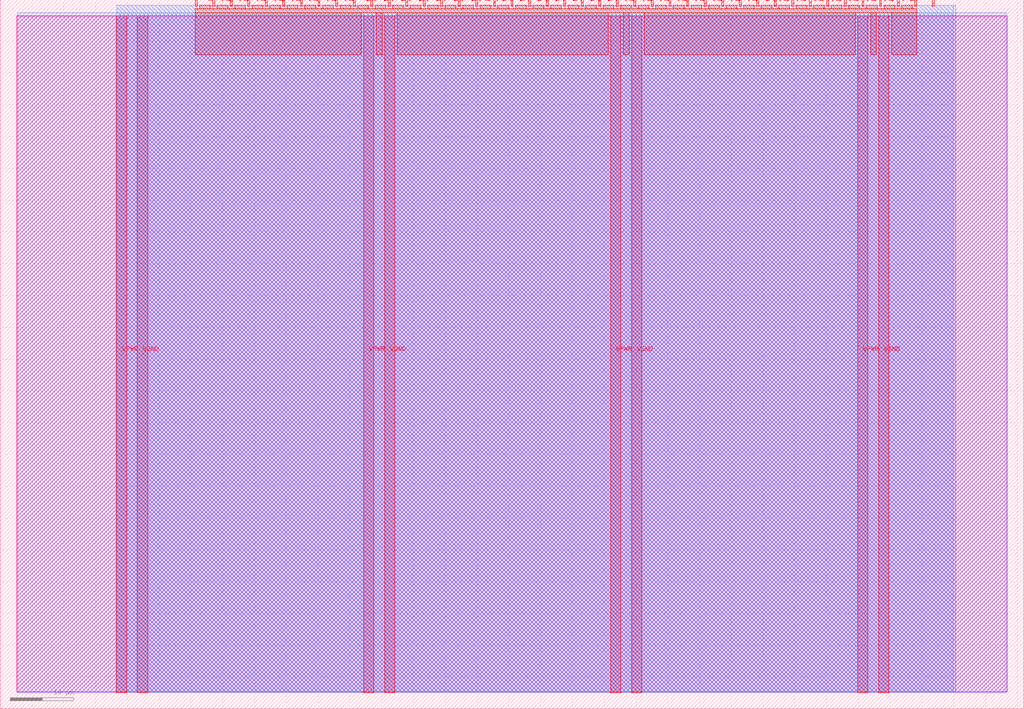
<source format=lef>
VERSION 5.7 ;
  NOWIREEXTENSIONATPIN ON ;
  DIVIDERCHAR "/" ;
  BUSBITCHARS "[]" ;
MACRO tt_um_wokwi_442977704392041473
  CLASS BLOCK ;
  FOREIGN tt_um_wokwi_442977704392041473 ;
  ORIGIN 0.000 0.000 ;
  SIZE 161.000 BY 111.520 ;
  PIN VGND
    DIRECTION INOUT ;
    USE GROUND ;
    PORT
      LAYER met4 ;
        RECT 21.580 2.480 23.180 109.040 ;
    END
    PORT
      LAYER met4 ;
        RECT 60.450 2.480 62.050 109.040 ;
    END
    PORT
      LAYER met4 ;
        RECT 99.320 2.480 100.920 109.040 ;
    END
    PORT
      LAYER met4 ;
        RECT 138.190 2.480 139.790 109.040 ;
    END
  END VGND
  PIN VPWR
    DIRECTION INOUT ;
    USE POWER ;
    PORT
      LAYER met4 ;
        RECT 18.280 2.480 19.880 109.040 ;
    END
    PORT
      LAYER met4 ;
        RECT 57.150 2.480 58.750 109.040 ;
    END
    PORT
      LAYER met4 ;
        RECT 96.020 2.480 97.620 109.040 ;
    END
    PORT
      LAYER met4 ;
        RECT 134.890 2.480 136.490 109.040 ;
    END
  END VPWR
  PIN clk
    DIRECTION INPUT ;
    USE SIGNAL ;
    ANTENNAGATEAREA 0.852000 ;
    PORT
      LAYER met4 ;
        RECT 143.830 110.520 144.130 111.520 ;
    END
  END clk
  PIN ena
    DIRECTION INPUT ;
    USE SIGNAL ;
    PORT
      LAYER met4 ;
        RECT 146.590 110.520 146.890 111.520 ;
    END
  END ena
  PIN rst_n
    DIRECTION INPUT ;
    USE SIGNAL ;
    PORT
      LAYER met4 ;
        RECT 141.070 110.520 141.370 111.520 ;
    END
  END rst_n
  PIN ui_in[0]
    DIRECTION INPUT ;
    USE SIGNAL ;
    ANTENNAGATEAREA 0.196500 ;
    PORT
      LAYER met4 ;
        RECT 138.310 110.520 138.610 111.520 ;
    END
  END ui_in[0]
  PIN ui_in[1]
    DIRECTION INPUT ;
    USE SIGNAL ;
    ANTENNAGATEAREA 0.196500 ;
    PORT
      LAYER met4 ;
        RECT 135.550 110.520 135.850 111.520 ;
    END
  END ui_in[1]
  PIN ui_in[2]
    DIRECTION INPUT ;
    USE SIGNAL ;
    ANTENNAGATEAREA 0.196500 ;
    PORT
      LAYER met4 ;
        RECT 132.790 110.520 133.090 111.520 ;
    END
  END ui_in[2]
  PIN ui_in[3]
    DIRECTION INPUT ;
    USE SIGNAL ;
    ANTENNAGATEAREA 0.196500 ;
    PORT
      LAYER met4 ;
        RECT 130.030 110.520 130.330 111.520 ;
    END
  END ui_in[3]
  PIN ui_in[4]
    DIRECTION INPUT ;
    USE SIGNAL ;
    ANTENNAGATEAREA 0.196500 ;
    PORT
      LAYER met4 ;
        RECT 127.270 110.520 127.570 111.520 ;
    END
  END ui_in[4]
  PIN ui_in[5]
    DIRECTION INPUT ;
    USE SIGNAL ;
    ANTENNAGATEAREA 0.196500 ;
    PORT
      LAYER met4 ;
        RECT 124.510 110.520 124.810 111.520 ;
    END
  END ui_in[5]
  PIN ui_in[6]
    DIRECTION INPUT ;
    USE SIGNAL ;
    ANTENNAGATEAREA 0.196500 ;
    PORT
      LAYER met4 ;
        RECT 121.750 110.520 122.050 111.520 ;
    END
  END ui_in[6]
  PIN ui_in[7]
    DIRECTION INPUT ;
    USE SIGNAL ;
    ANTENNAGATEAREA 0.196500 ;
    PORT
      LAYER met4 ;
        RECT 118.990 110.520 119.290 111.520 ;
    END
  END ui_in[7]
  PIN uio_in[0]
    DIRECTION INPUT ;
    USE SIGNAL ;
    PORT
      LAYER met4 ;
        RECT 116.230 110.520 116.530 111.520 ;
    END
  END uio_in[0]
  PIN uio_in[1]
    DIRECTION INPUT ;
    USE SIGNAL ;
    PORT
      LAYER met4 ;
        RECT 113.470 110.520 113.770 111.520 ;
    END
  END uio_in[1]
  PIN uio_in[2]
    DIRECTION INPUT ;
    USE SIGNAL ;
    PORT
      LAYER met4 ;
        RECT 110.710 110.520 111.010 111.520 ;
    END
  END uio_in[2]
  PIN uio_in[3]
    DIRECTION INPUT ;
    USE SIGNAL ;
    PORT
      LAYER met4 ;
        RECT 107.950 110.520 108.250 111.520 ;
    END
  END uio_in[3]
  PIN uio_in[4]
    DIRECTION INPUT ;
    USE SIGNAL ;
    PORT
      LAYER met4 ;
        RECT 105.190 110.520 105.490 111.520 ;
    END
  END uio_in[4]
  PIN uio_in[5]
    DIRECTION INPUT ;
    USE SIGNAL ;
    PORT
      LAYER met4 ;
        RECT 102.430 110.520 102.730 111.520 ;
    END
  END uio_in[5]
  PIN uio_in[6]
    DIRECTION INPUT ;
    USE SIGNAL ;
    PORT
      LAYER met4 ;
        RECT 99.670 110.520 99.970 111.520 ;
    END
  END uio_in[6]
  PIN uio_in[7]
    DIRECTION INPUT ;
    USE SIGNAL ;
    PORT
      LAYER met4 ;
        RECT 96.910 110.520 97.210 111.520 ;
    END
  END uio_in[7]
  PIN uio_oe[0]
    DIRECTION OUTPUT ;
    USE SIGNAL ;
    PORT
      LAYER met4 ;
        RECT 49.990 110.520 50.290 111.520 ;
    END
  END uio_oe[0]
  PIN uio_oe[1]
    DIRECTION OUTPUT ;
    USE SIGNAL ;
    PORT
      LAYER met4 ;
        RECT 47.230 110.520 47.530 111.520 ;
    END
  END uio_oe[1]
  PIN uio_oe[2]
    DIRECTION OUTPUT ;
    USE SIGNAL ;
    PORT
      LAYER met4 ;
        RECT 44.470 110.520 44.770 111.520 ;
    END
  END uio_oe[2]
  PIN uio_oe[3]
    DIRECTION OUTPUT ;
    USE SIGNAL ;
    PORT
      LAYER met4 ;
        RECT 41.710 110.520 42.010 111.520 ;
    END
  END uio_oe[3]
  PIN uio_oe[4]
    DIRECTION OUTPUT ;
    USE SIGNAL ;
    PORT
      LAYER met4 ;
        RECT 38.950 110.520 39.250 111.520 ;
    END
  END uio_oe[4]
  PIN uio_oe[5]
    DIRECTION OUTPUT ;
    USE SIGNAL ;
    PORT
      LAYER met4 ;
        RECT 36.190 110.520 36.490 111.520 ;
    END
  END uio_oe[5]
  PIN uio_oe[6]
    DIRECTION OUTPUT ;
    USE SIGNAL ;
    PORT
      LAYER met4 ;
        RECT 33.430 110.520 33.730 111.520 ;
    END
  END uio_oe[6]
  PIN uio_oe[7]
    DIRECTION OUTPUT ;
    USE SIGNAL ;
    PORT
      LAYER met4 ;
        RECT 30.670 110.520 30.970 111.520 ;
    END
  END uio_oe[7]
  PIN uio_out[0]
    DIRECTION OUTPUT ;
    USE SIGNAL ;
    PORT
      LAYER met4 ;
        RECT 72.070 110.520 72.370 111.520 ;
    END
  END uio_out[0]
  PIN uio_out[1]
    DIRECTION OUTPUT ;
    USE SIGNAL ;
    PORT
      LAYER met4 ;
        RECT 69.310 110.520 69.610 111.520 ;
    END
  END uio_out[1]
  PIN uio_out[2]
    DIRECTION OUTPUT ;
    USE SIGNAL ;
    PORT
      LAYER met4 ;
        RECT 66.550 110.520 66.850 111.520 ;
    END
  END uio_out[2]
  PIN uio_out[3]
    DIRECTION OUTPUT ;
    USE SIGNAL ;
    PORT
      LAYER met4 ;
        RECT 63.790 110.520 64.090 111.520 ;
    END
  END uio_out[3]
  PIN uio_out[4]
    DIRECTION OUTPUT ;
    USE SIGNAL ;
    PORT
      LAYER met4 ;
        RECT 61.030 110.520 61.330 111.520 ;
    END
  END uio_out[4]
  PIN uio_out[5]
    DIRECTION OUTPUT ;
    USE SIGNAL ;
    PORT
      LAYER met4 ;
        RECT 58.270 110.520 58.570 111.520 ;
    END
  END uio_out[5]
  PIN uio_out[6]
    DIRECTION OUTPUT ;
    USE SIGNAL ;
    PORT
      LAYER met4 ;
        RECT 55.510 110.520 55.810 111.520 ;
    END
  END uio_out[6]
  PIN uio_out[7]
    DIRECTION OUTPUT ;
    USE SIGNAL ;
    PORT
      LAYER met4 ;
        RECT 52.750 110.520 53.050 111.520 ;
    END
  END uio_out[7]
  PIN uo_out[0]
    DIRECTION OUTPUT ;
    USE SIGNAL ;
    ANTENNADIFFAREA 0.445500 ;
    PORT
      LAYER met4 ;
        RECT 94.150 110.520 94.450 111.520 ;
    END
  END uo_out[0]
  PIN uo_out[1]
    DIRECTION OUTPUT ;
    USE SIGNAL ;
    ANTENNADIFFAREA 0.445500 ;
    PORT
      LAYER met4 ;
        RECT 91.390 110.520 91.690 111.520 ;
    END
  END uo_out[1]
  PIN uo_out[2]
    DIRECTION OUTPUT ;
    USE SIGNAL ;
    ANTENNADIFFAREA 0.445500 ;
    PORT
      LAYER met4 ;
        RECT 88.630 110.520 88.930 111.520 ;
    END
  END uo_out[2]
  PIN uo_out[3]
    DIRECTION OUTPUT ;
    USE SIGNAL ;
    ANTENNADIFFAREA 0.445500 ;
    PORT
      LAYER met4 ;
        RECT 85.870 110.520 86.170 111.520 ;
    END
  END uo_out[3]
  PIN uo_out[4]
    DIRECTION OUTPUT ;
    USE SIGNAL ;
    ANTENNADIFFAREA 0.445500 ;
    PORT
      LAYER met4 ;
        RECT 83.110 110.520 83.410 111.520 ;
    END
  END uo_out[4]
  PIN uo_out[5]
    DIRECTION OUTPUT ;
    USE SIGNAL ;
    ANTENNADIFFAREA 0.445500 ;
    PORT
      LAYER met4 ;
        RECT 80.350 110.520 80.650 111.520 ;
    END
  END uo_out[5]
  PIN uo_out[6]
    DIRECTION OUTPUT ;
    USE SIGNAL ;
    ANTENNADIFFAREA 0.445500 ;
    PORT
      LAYER met4 ;
        RECT 77.590 110.520 77.890 111.520 ;
    END
  END uo_out[6]
  PIN uo_out[7]
    DIRECTION OUTPUT ;
    USE SIGNAL ;
    ANTENNADIFFAREA 0.445500 ;
    PORT
      LAYER met4 ;
        RECT 74.830 110.520 75.130 111.520 ;
    END
  END uo_out[7]
  OBS
      LAYER nwell ;
        RECT 2.570 2.635 158.430 108.990 ;
      LAYER li1 ;
        RECT 2.760 2.635 158.240 108.885 ;
      LAYER met1 ;
        RECT 2.760 2.480 158.240 109.440 ;
      LAYER met2 ;
        RECT 18.310 2.535 150.320 110.685 ;
      LAYER met3 ;
        RECT 18.290 2.555 149.895 110.665 ;
      LAYER met4 ;
        RECT 31.370 110.120 33.030 110.665 ;
        RECT 34.130 110.120 35.790 110.665 ;
        RECT 36.890 110.120 38.550 110.665 ;
        RECT 39.650 110.120 41.310 110.665 ;
        RECT 42.410 110.120 44.070 110.665 ;
        RECT 45.170 110.120 46.830 110.665 ;
        RECT 47.930 110.120 49.590 110.665 ;
        RECT 50.690 110.120 52.350 110.665 ;
        RECT 53.450 110.120 55.110 110.665 ;
        RECT 56.210 110.120 57.870 110.665 ;
        RECT 58.970 110.120 60.630 110.665 ;
        RECT 61.730 110.120 63.390 110.665 ;
        RECT 64.490 110.120 66.150 110.665 ;
        RECT 67.250 110.120 68.910 110.665 ;
        RECT 70.010 110.120 71.670 110.665 ;
        RECT 72.770 110.120 74.430 110.665 ;
        RECT 75.530 110.120 77.190 110.665 ;
        RECT 78.290 110.120 79.950 110.665 ;
        RECT 81.050 110.120 82.710 110.665 ;
        RECT 83.810 110.120 85.470 110.665 ;
        RECT 86.570 110.120 88.230 110.665 ;
        RECT 89.330 110.120 90.990 110.665 ;
        RECT 92.090 110.120 93.750 110.665 ;
        RECT 94.850 110.120 96.510 110.665 ;
        RECT 97.610 110.120 99.270 110.665 ;
        RECT 100.370 110.120 102.030 110.665 ;
        RECT 103.130 110.120 104.790 110.665 ;
        RECT 105.890 110.120 107.550 110.665 ;
        RECT 108.650 110.120 110.310 110.665 ;
        RECT 111.410 110.120 113.070 110.665 ;
        RECT 114.170 110.120 115.830 110.665 ;
        RECT 116.930 110.120 118.590 110.665 ;
        RECT 119.690 110.120 121.350 110.665 ;
        RECT 122.450 110.120 124.110 110.665 ;
        RECT 125.210 110.120 126.870 110.665 ;
        RECT 127.970 110.120 129.630 110.665 ;
        RECT 130.730 110.120 132.390 110.665 ;
        RECT 133.490 110.120 135.150 110.665 ;
        RECT 136.250 110.120 137.910 110.665 ;
        RECT 139.010 110.120 140.670 110.665 ;
        RECT 141.770 110.120 143.430 110.665 ;
        RECT 30.655 109.440 144.145 110.120 ;
        RECT 30.655 102.855 56.750 109.440 ;
        RECT 59.150 102.855 60.050 109.440 ;
        RECT 62.450 102.855 95.620 109.440 ;
        RECT 98.020 102.855 98.920 109.440 ;
        RECT 101.320 102.855 134.490 109.440 ;
        RECT 136.890 102.855 137.790 109.440 ;
        RECT 140.190 102.855 144.145 109.440 ;
  END
END tt_um_wokwi_442977704392041473
END LIBRARY


</source>
